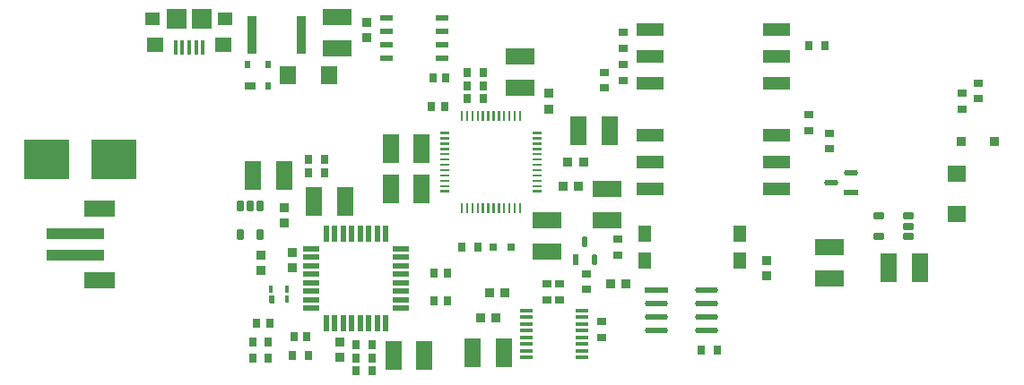
<source format=gtp>
G04*
G04 #@! TF.GenerationSoftware,Altium Limited,Altium Designer,23.2.1 (34)*
G04*
G04 Layer_Color=8421504*
%FSLAX44Y44*%
%MOMM*%
G71*
G04*
G04 #@! TF.SameCoordinates,C9E59ACA-6E94-426F-9901-F0231D443E17*
G04*
G04*
G04 #@! TF.FilePolarity,Positive*
G04*
G01*
G75*
G04:AMPARAMS|DCode=18|XSize=1.0587mm|YSize=0.5468mm|CornerRadius=0.2734mm|HoleSize=0mm|Usage=FLASHONLY|Rotation=90.000|XOffset=0mm|YOffset=0mm|HoleType=Round|Shape=RoundedRectangle|*
%AMROUNDEDRECTD18*
21,1,1.0587,0.0000,0,0,90.0*
21,1,0.5119,0.5468,0,0,90.0*
1,1,0.5468,0.0000,0.2559*
1,1,0.5468,0.0000,-0.2559*
1,1,0.5468,0.0000,-0.2559*
1,1,0.5468,0.0000,0.2559*
%
%ADD18ROUNDEDRECTD18*%
%ADD19R,0.5468X1.0587*%
%ADD20R,0.9121X0.9581*%
G04:AMPARAMS|DCode=21|XSize=0.55mm|YSize=1.45mm|CornerRadius=0.0495mm|HoleSize=0mm|Usage=FLASHONLY|Rotation=90.000|XOffset=0mm|YOffset=0mm|HoleType=Round|Shape=RoundedRectangle|*
%AMROUNDEDRECTD21*
21,1,0.5500,1.3510,0,0,90.0*
21,1,0.4510,1.4500,0,0,90.0*
1,1,0.0990,0.6755,0.2255*
1,1,0.0990,0.6755,-0.2255*
1,1,0.0990,-0.6755,-0.2255*
1,1,0.0990,-0.6755,0.2255*
%
%ADD21ROUNDEDRECTD21*%
G04:AMPARAMS|DCode=22|XSize=0.55mm|YSize=1.45mm|CornerRadius=0.0495mm|HoleSize=0mm|Usage=FLASHONLY|Rotation=180.000|XOffset=0mm|YOffset=0mm|HoleType=Round|Shape=RoundedRectangle|*
%AMROUNDEDRECTD22*
21,1,0.5500,1.3510,0,0,180.0*
21,1,0.4510,1.4500,0,0,180.0*
1,1,0.0990,-0.2255,0.6755*
1,1,0.0990,0.2255,0.6755*
1,1,0.0990,0.2255,-0.6755*
1,1,0.0990,-0.2255,-0.6755*
%
%ADD22ROUNDEDRECTD22*%
%ADD23R,2.5000X1.3000*%
%ADD24R,0.4000X1.3500*%
%ADD25R,1.6000X1.4000*%
%ADD26R,1.4500X1.3000*%
%ADD27R,1.9000X1.9000*%
%ADD28R,1.0000X0.7000*%
%ADD29R,0.6000X0.7000*%
%ADD30R,1.3000X1.5000*%
%ADD31R,0.9000X0.7000*%
%ADD32O,1.2500X0.4000*%
%ADD33R,1.3587X0.5868*%
G04:AMPARAMS|DCode=34|XSize=1.3587mm|YSize=0.5868mm|CornerRadius=0.2934mm|HoleSize=0mm|Usage=FLASHONLY|Rotation=180.000|XOffset=0mm|YOffset=0mm|HoleType=Round|Shape=RoundedRectangle|*
%AMROUNDEDRECTD34*
21,1,1.3587,0.0000,0,0,180.0*
21,1,0.7719,0.5868,0,0,180.0*
1,1,0.5868,-0.3859,0.0000*
1,1,0.5868,0.3859,0.0000*
1,1,0.5868,0.3859,0.0000*
1,1,0.5868,-0.3859,0.0000*
%
%ADD34ROUNDEDRECTD34*%
%ADD35R,0.9000X0.9500*%
%ADD36R,2.1692X0.5821*%
G04:AMPARAMS|DCode=37|XSize=2.1692mm|YSize=0.5821mm|CornerRadius=0.2911mm|HoleSize=0mm|Usage=FLASHONLY|Rotation=0.000|XOffset=0mm|YOffset=0mm|HoleType=Round|Shape=RoundedRectangle|*
%AMROUNDEDRECTD37*
21,1,2.1692,0.0000,0,0,0.0*
21,1,1.5870,0.5821,0,0,0.0*
1,1,0.5821,0.7935,0.0000*
1,1,0.5821,-0.7935,0.0000*
1,1,0.5821,-0.7935,0.0000*
1,1,0.5821,0.7935,0.0000*
%
%ADD37ROUNDEDRECTD37*%
%ADD38R,0.7581X0.8121*%
%ADD39R,0.9000X0.8000*%
%ADD40R,0.9531X3.6031*%
%ADD41C,0.4500*%
%ADD42R,0.4000X0.7000*%
%ADD43R,1.8062X1.5544*%
%ADD44R,5.5000X1.0000*%
%ADD45R,3.0000X1.6000*%
%ADD46R,0.8000X0.8000*%
%ADD47R,4.2400X3.8100*%
G04:AMPARAMS|DCode=48|XSize=0.6mm|YSize=1mm|CornerRadius=0.051mm|HoleSize=0mm|Usage=FLASHONLY|Rotation=270.000|XOffset=0mm|YOffset=0mm|HoleType=Round|Shape=RoundedRectangle|*
%AMROUNDEDRECTD48*
21,1,0.6000,0.8980,0,0,270.0*
21,1,0.4980,1.0000,0,0,270.0*
1,1,0.1020,-0.4490,-0.2490*
1,1,0.1020,-0.4490,0.2490*
1,1,0.1020,0.4490,0.2490*
1,1,0.1020,0.4490,-0.2490*
%
%ADD48ROUNDEDRECTD48*%
G04:AMPARAMS|DCode=49|XSize=0.55mm|YSize=1.25mm|CornerRadius=0.0495mm|HoleSize=0mm|Usage=FLASHONLY|Rotation=90.000|XOffset=0mm|YOffset=0mm|HoleType=Round|Shape=RoundedRectangle|*
%AMROUNDEDRECTD49*
21,1,0.5500,1.1510,0,0,90.0*
21,1,0.4510,1.2500,0,0,90.0*
1,1,0.0990,0.5755,0.2255*
1,1,0.0990,0.5755,-0.2255*
1,1,0.0990,-0.5755,-0.2255*
1,1,0.0990,-0.5755,0.2255*
%
%ADD49ROUNDEDRECTD49*%
%ADD50R,1.6000X2.8000*%
%ADD51R,0.9581X0.9121*%
%ADD52R,0.7000X0.9000*%
%ADD53R,2.8000X1.6000*%
%ADD54R,1.5544X1.8062*%
G04:AMPARAMS|DCode=55|XSize=0.6mm|YSize=1mm|CornerRadius=0.051mm|HoleSize=0mm|Usage=FLASHONLY|Rotation=0.000|XOffset=0mm|YOffset=0mm|HoleType=Round|Shape=RoundedRectangle|*
%AMROUNDEDRECTD55*
21,1,0.6000,0.8980,0,0,0.0*
21,1,0.4980,1.0000,0,0,0.0*
1,1,0.1020,0.2490,-0.4490*
1,1,0.1020,-0.2490,-0.4490*
1,1,0.1020,-0.2490,0.4490*
1,1,0.1020,0.2490,0.4490*
%
%ADD55ROUNDEDRECTD55*%
G36*
X488500Y249000D02*
X486500D01*
Y258000D01*
X488500D01*
Y249000D01*
D02*
G37*
G36*
X483500D02*
X481500D01*
Y258000D01*
X483500D01*
Y249000D01*
D02*
G37*
G36*
X478500D02*
X476500D01*
Y258000D01*
X478500D01*
Y249000D01*
D02*
G37*
G36*
X473500D02*
X471500D01*
Y258000D01*
X473500D01*
Y249000D01*
D02*
G37*
G36*
X468500D02*
X466500D01*
Y258000D01*
X468500D01*
Y249000D01*
D02*
G37*
G36*
X463500D02*
X461500D01*
Y258000D01*
X463500D01*
Y249000D01*
D02*
G37*
G36*
X458500D02*
X456500D01*
Y258000D01*
X458500D01*
Y249000D01*
D02*
G37*
G36*
X453500D02*
X451500D01*
Y258000D01*
X453500D01*
Y249000D01*
D02*
G37*
G36*
X448500D02*
X446500D01*
Y258000D01*
X448500D01*
Y249000D01*
D02*
G37*
G36*
X443500D02*
X441500D01*
Y258000D01*
X443500D01*
Y249000D01*
D02*
G37*
G36*
X438500D02*
X436500D01*
Y258000D01*
X438500D01*
Y249000D01*
D02*
G37*
G36*
X433500D02*
X431500D01*
Y258000D01*
X433500D01*
Y249000D01*
D02*
G37*
G36*
X508000Y236500D02*
X499000D01*
Y238500D01*
X508000D01*
Y236500D01*
D02*
G37*
G36*
X421000D02*
X412000D01*
Y238500D01*
X421000D01*
Y236500D01*
D02*
G37*
G36*
X508000Y231500D02*
X499000D01*
Y233500D01*
X508000D01*
Y231500D01*
D02*
G37*
G36*
X421000D02*
X412000D01*
Y233500D01*
X421000D01*
Y231500D01*
D02*
G37*
G36*
X508000Y226500D02*
X499000D01*
Y228500D01*
X508000D01*
Y226500D01*
D02*
G37*
G36*
X421000D02*
X412000D01*
Y228500D01*
X421000D01*
Y226500D01*
D02*
G37*
G36*
X508000Y221500D02*
X499000D01*
Y223500D01*
X508000D01*
Y221500D01*
D02*
G37*
G36*
X421000D02*
X412000D01*
Y223500D01*
X421000D01*
Y221500D01*
D02*
G37*
G36*
X508000Y216500D02*
X499000D01*
Y218500D01*
X508000D01*
Y216500D01*
D02*
G37*
G36*
X421000D02*
X412000D01*
Y218500D01*
X421000D01*
Y216500D01*
D02*
G37*
G36*
X508000Y211500D02*
X499000D01*
Y213500D01*
X508000D01*
Y211500D01*
D02*
G37*
G36*
X421000D02*
X412000D01*
Y213500D01*
X421000D01*
Y211500D01*
D02*
G37*
G36*
X508000Y206500D02*
X499000D01*
Y208500D01*
X508000D01*
Y206500D01*
D02*
G37*
G36*
X421000D02*
X412000D01*
Y208500D01*
X421000D01*
Y206500D01*
D02*
G37*
G36*
X508000Y201500D02*
X499000D01*
Y203500D01*
X508000D01*
Y201500D01*
D02*
G37*
G36*
X421000D02*
X412000D01*
Y203500D01*
X421000D01*
Y201500D01*
D02*
G37*
G36*
X508000Y196500D02*
X499000D01*
Y198500D01*
X508000D01*
Y196500D01*
D02*
G37*
G36*
X421000D02*
X412000D01*
Y198500D01*
X421000D01*
Y196500D01*
D02*
G37*
G36*
X508000Y191500D02*
X499000D01*
Y193500D01*
X508000D01*
Y191500D01*
D02*
G37*
G36*
X421000D02*
X412000D01*
Y193500D01*
X421000D01*
Y191500D01*
D02*
G37*
G36*
X508000Y186500D02*
X499000D01*
Y188500D01*
X508000D01*
Y186500D01*
D02*
G37*
G36*
X421000D02*
X412000D01*
Y188500D01*
X421000D01*
Y186500D01*
D02*
G37*
G36*
X508000Y181500D02*
X499000D01*
Y183500D01*
X508000D01*
Y181500D01*
D02*
G37*
G36*
X421000D02*
X412000D01*
Y183500D01*
X421000D01*
Y181500D01*
D02*
G37*
G36*
X488500Y162000D02*
X486500D01*
Y171000D01*
X488500D01*
Y162000D01*
D02*
G37*
G36*
X483500D02*
X481500D01*
Y171000D01*
X483500D01*
Y162000D01*
D02*
G37*
G36*
X478500D02*
X476500D01*
Y171000D01*
X478500D01*
Y162000D01*
D02*
G37*
G36*
X473500D02*
X471500D01*
Y171000D01*
X473500D01*
Y162000D01*
D02*
G37*
G36*
X468500D02*
X466500D01*
Y171000D01*
X468500D01*
Y162000D01*
D02*
G37*
G36*
X463500D02*
X461500D01*
Y171000D01*
X463500D01*
Y162000D01*
D02*
G37*
G36*
X458500D02*
X456500D01*
Y171000D01*
X458500D01*
Y162000D01*
D02*
G37*
G36*
X453500D02*
X451500D01*
Y171000D01*
X453500D01*
Y162000D01*
D02*
G37*
G36*
X448500D02*
X446500D01*
Y171000D01*
X448500D01*
Y162000D01*
D02*
G37*
G36*
X443500D02*
X441500D01*
Y171000D01*
X443500D01*
Y162000D01*
D02*
G37*
G36*
X438500D02*
X436500D01*
Y171000D01*
X438500D01*
Y162000D01*
D02*
G37*
G36*
X433500D02*
X431500D01*
Y171000D01*
X433500D01*
Y162000D01*
D02*
G37*
G36*
X255250Y76750D02*
X251169D01*
X250250Y77669D01*
Y83750D01*
X255250D01*
Y76750D01*
D02*
G37*
D18*
X548730Y135037D02*
D03*
X557880Y117503D02*
D03*
D19*
X539580D02*
D03*
D20*
X242500Y107730D02*
D03*
Y122270D02*
D03*
X272500Y110230D02*
D03*
Y124770D02*
D03*
X515000Y275000D02*
D03*
Y260460D02*
D03*
X720000Y102730D02*
D03*
Y117270D02*
D03*
X265000Y152730D02*
D03*
Y167270D02*
D03*
X317500Y25230D02*
D03*
Y39770D02*
D03*
X342500Y342270D02*
D03*
Y327730D02*
D03*
D21*
X290250Y72000D02*
D03*
Y80000D02*
D03*
Y88000D02*
D03*
Y96000D02*
D03*
Y104000D02*
D03*
Y112000D02*
D03*
Y120000D02*
D03*
Y128000D02*
D03*
X374750D02*
D03*
Y120000D02*
D03*
Y112000D02*
D03*
Y104000D02*
D03*
Y96000D02*
D03*
Y88000D02*
D03*
Y80000D02*
D03*
Y72000D02*
D03*
D22*
X304500Y142250D02*
D03*
X312500D02*
D03*
X320500D02*
D03*
X328500D02*
D03*
X336500D02*
D03*
X344500D02*
D03*
X352500D02*
D03*
X360500D02*
D03*
Y57750D02*
D03*
X352500D02*
D03*
X344500D02*
D03*
X336500D02*
D03*
X328500D02*
D03*
X320500D02*
D03*
X312500D02*
D03*
X304500D02*
D03*
D23*
X610000Y284600D02*
D03*
Y335400D02*
D03*
X730000Y284600D02*
D03*
Y335400D02*
D03*
X610000Y310000D02*
D03*
X730000D02*
D03*
X610000Y184600D02*
D03*
Y235400D02*
D03*
X730000Y184600D02*
D03*
Y235400D02*
D03*
X610000Y210000D02*
D03*
X730000D02*
D03*
D24*
X188000Y318490D02*
D03*
X181500D02*
D03*
X175000D02*
D03*
X168500D02*
D03*
X162000D02*
D03*
D25*
X207000Y320740D02*
D03*
X143000D02*
D03*
D26*
X209250Y345240D02*
D03*
X140750D02*
D03*
D27*
X187000D02*
D03*
X163000D02*
D03*
D28*
X232500Y282500D02*
D03*
D29*
X249500D02*
D03*
Y302500D02*
D03*
X230500D02*
D03*
D30*
X605000Y142700D02*
D03*
Y117300D02*
D03*
X695000D02*
D03*
Y142700D02*
D03*
D31*
X585000Y287500D02*
D03*
Y302500D02*
D03*
X564270Y59270D02*
D03*
Y44270D02*
D03*
X512500Y80000D02*
D03*
Y95000D02*
D03*
X525000Y80000D02*
D03*
Y95000D02*
D03*
X580000Y137500D02*
D03*
Y122500D02*
D03*
X760000Y255000D02*
D03*
Y240000D02*
D03*
X780000Y237500D02*
D03*
Y222500D02*
D03*
X920000Y285000D02*
D03*
Y270000D02*
D03*
X905000Y260000D02*
D03*
Y275000D02*
D03*
X550309Y104629D02*
D03*
Y89629D02*
D03*
X585000Y332500D02*
D03*
Y317500D02*
D03*
D32*
X493750Y69725D02*
D03*
Y63375D02*
D03*
Y57025D02*
D03*
Y50675D02*
D03*
Y44325D02*
D03*
Y37975D02*
D03*
Y31625D02*
D03*
Y25275D02*
D03*
X546250Y69725D02*
D03*
Y63375D02*
D03*
Y57025D02*
D03*
Y50675D02*
D03*
Y44325D02*
D03*
Y37975D02*
D03*
Y31625D02*
D03*
Y25275D02*
D03*
D33*
X800000Y181700D02*
D03*
D34*
Y200000D02*
D03*
X781466Y190850D02*
D03*
D35*
X904250Y230000D02*
D03*
X935750D02*
D03*
D36*
X616364Y89050D02*
D03*
D37*
Y76350D02*
D03*
Y63650D02*
D03*
Y50950D02*
D03*
X663636D02*
D03*
Y63650D02*
D03*
Y76350D02*
D03*
Y89050D02*
D03*
D38*
X417540Y290000D02*
D03*
X405000D02*
D03*
X416270Y262500D02*
D03*
X403730D02*
D03*
X418770Y78954D02*
D03*
X406230D02*
D03*
X418770Y105000D02*
D03*
X406230D02*
D03*
X286270Y45000D02*
D03*
X273730D02*
D03*
X238730Y57500D02*
D03*
X251270D02*
D03*
D39*
X567500Y295000D02*
D03*
Y280000D02*
D03*
D40*
X280750Y330000D02*
D03*
X234250D02*
D03*
D41*
X252750Y80250D02*
D03*
D42*
X267750D02*
D03*
Y89750D02*
D03*
X252250D02*
D03*
D43*
X900000Y160741D02*
D03*
Y199259D02*
D03*
D44*
X67500Y122500D02*
D03*
Y142500D02*
D03*
D45*
X90000Y98500D02*
D03*
Y166500D02*
D03*
D46*
X479000Y130000D02*
D03*
X462500D02*
D03*
D47*
X40650Y212500D02*
D03*
X104350D02*
D03*
D48*
X853750Y140000D02*
D03*
Y149500D02*
D03*
Y159000D02*
D03*
X826250D02*
D03*
Y140000D02*
D03*
D49*
X413750Y308450D02*
D03*
Y321150D02*
D03*
Y333850D02*
D03*
Y346550D02*
D03*
X361250Y308450D02*
D03*
Y321150D02*
D03*
Y333850D02*
D03*
Y346550D02*
D03*
D50*
X442750Y30000D02*
D03*
X472250D02*
D03*
X542750Y240000D02*
D03*
X572250D02*
D03*
X394750Y185000D02*
D03*
X365250D02*
D03*
X394750Y222500D02*
D03*
X365250D02*
D03*
X292750Y172500D02*
D03*
X322250D02*
D03*
X264500Y197500D02*
D03*
X235000D02*
D03*
X367750Y27500D02*
D03*
X397250D02*
D03*
X835250Y110000D02*
D03*
X864750D02*
D03*
D51*
X542270Y187500D02*
D03*
X527730D02*
D03*
X547270Y210000D02*
D03*
X532730D02*
D03*
X458669Y86606D02*
D03*
X473209D02*
D03*
X587270Y95000D02*
D03*
X572730D02*
D03*
X450230Y62500D02*
D03*
X464770D02*
D03*
D52*
X452500Y282500D02*
D03*
X437500D02*
D03*
X452500Y270000D02*
D03*
X437500D02*
D03*
X447500Y130000D02*
D03*
X432500D02*
D03*
X452500Y295000D02*
D03*
X437500D02*
D03*
X287500Y200000D02*
D03*
X302500D02*
D03*
X250000Y40000D02*
D03*
X235000D02*
D03*
X287500Y212500D02*
D03*
X302500D02*
D03*
X272500Y27500D02*
D03*
X287500D02*
D03*
X250000Y25000D02*
D03*
X235000D02*
D03*
X347500Y37500D02*
D03*
X332500D02*
D03*
X347500Y25000D02*
D03*
X332500D02*
D03*
X347500Y12500D02*
D03*
X332500D02*
D03*
X673746Y32371D02*
D03*
X658746D02*
D03*
X775000Y320000D02*
D03*
X760000D02*
D03*
D53*
X570000Y184750D02*
D03*
Y155250D02*
D03*
X487500Y309750D02*
D03*
Y280250D02*
D03*
X512500Y154750D02*
D03*
Y125250D02*
D03*
X315000Y317750D02*
D03*
Y347250D02*
D03*
X780000Y100000D02*
D03*
Y129500D02*
D03*
D54*
X268241Y292500D02*
D03*
X306759D02*
D03*
D55*
X242000Y168750D02*
D03*
X232500D02*
D03*
X223000D02*
D03*
Y141250D02*
D03*
X242000D02*
D03*
M02*

</source>
